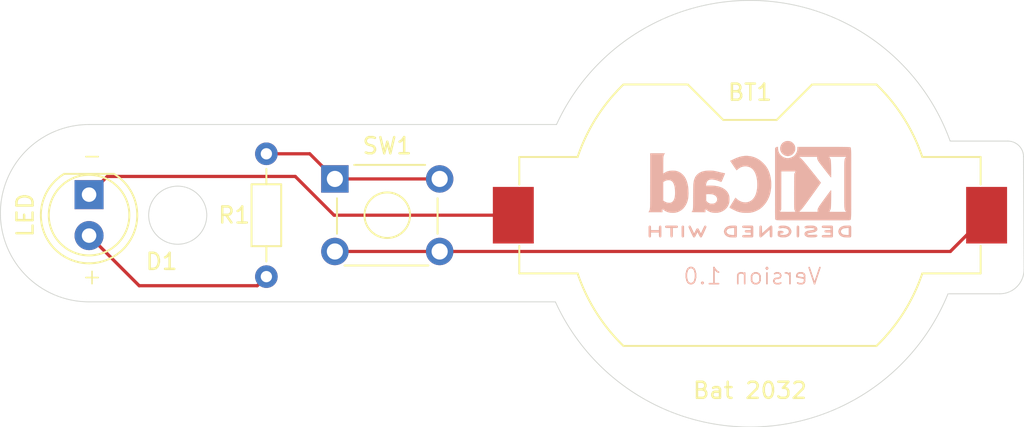
<source format=kicad_pcb>
(kicad_pcb (version 20241229) (generator "pcbnew") (generator_version "9.0")
  (title_block (title "LED Torch") (date "2025-08-24") (rev "1") (comment 1 "Subodh More"))
  (layers (0 "F.Cu" signal) (2 "B.Cu" signal) (13 "F.Paste" user) (15 "B.Paste" user) (5 "F.SilkS" user "F.Silkscreen") (7 "B.SilkS" user "B.Silkscreen") (1 "F.Mask" user) (3 "B.Mask" user) (25 "Edge.Cuts" user))
  (net 0 "")
  (net 1 "/bat_pos")
  (net 2 "/LED_cathode")
  (net 3 "/LED_anode")
  (net 4 "Net-(SW1A-A)")
  (footprint "Resistor_THT:R_Axial_DIN0204_L3.6mm_D1.6mm_P7.62mm_Horizontal" (layer "F.Cu") (at 122 126.435 90)
    (property "Reference" "R1" (at 3.81 -2 180) (layer "F.SilkS"))
    (property "Value" "R")
    (pad "1" thru_hole circle (at 0 0 90) (size 1.4 1.4) (drill 0.7) (layers "*.Cu" "*.Mask") (net 3 "/LED_anode"))
    (pad "2" thru_hole circle (at 7.62 0 90) (size 1.4 1.4) (drill 0.7) (layers "*.Cu" "*.Mask") (net 4 "Net-(SW1A-A)"))
  )
  (footprint "Button_Switch_THT:SW_TH_Tactile_Omron_B3F-10xx" (layer "F.Cu") (at 126.25 120.375)
    (property "Reference" "SW1" (at 3.25 -2.05 0) (layer "F.SilkS"))
    (property "Value" "SW_DPDT_x2")
    (pad "1" thru_hole rect (at 0 0) (size 1.7 1.7) (drill 1) (layers "*.Cu" "*.Mask") (net 4 "Net-(SW1A-A)"))
    (pad "1" thru_hole circle (at 6.5 0) (size 1.7 1.7) (drill 1) (layers "*.Cu" "*.Mask") (net 4 "Net-(SW1A-A)"))
    (pad "2" thru_hole circle (at 0 4.5) (size 1.7 1.7) (drill 1) (layers "*.Cu" "*.Mask") (net 1 "/bat_pos"))
    (pad "2" thru_hole circle (at 6.5 4.5) (size 1.7 1.7) (drill 1) (layers "*.Cu" "*.Mask") (net 1 "/bat_pos"))
  )
  (footprint "LED_THT:LED_D5.0mm" (layer "F.Cu") (at 111 121.35 -90)
    (property "Reference" "D1" (at 4.15 -4.5 180) (layer "F.SilkS"))
    (property "Value" "LED" (at 1.27 3.96 90) (layer "F.SilkS"))
    (pad "1" thru_hole rect (at 0 0 270) (size 1.8 1.8) (drill 0.9) (layers "*.Cu" "*.Mask") (net 2 "/LED_cathode"))
    (pad "2" thru_hole circle (at 2.54 0 270) (size 1.8 1.8) (drill 0.9) (layers "*.Cu" "*.Mask") (net 3 "/LED_anode"))
  )
  (footprint "Battery:BatteryHolder_Keystone_1058_1x2032" (layer "F.Cu") (at 152 122.625 180)
    (property "Reference" "BT1" (at 0 7.62 0) (layer "F.SilkS"))
    (property "Value" "Bat 2032" (at 0 -10.875 0) (layer "F.SilkS"))
    (pad "1" smd rect (at -14.68 0 180) (size 2.54 3.51) (layers "F.Cu" "F.Mask" "F.Paste") (net 1 "/bat_pos"))
    (pad "2" smd rect (at 14.68 0 180) (size 2.54 3.51) (layers "F.Cu" "F.Mask" "F.Paste") (net 2 "/LED_cathode"))
  )
  (footprint "Symbol:KiCad-Logo2_5mm_SilkScreen" (layer "B.Cu") (at 152 121 180)
    (property "Reference" "REF**" (hide yes))
    (property "Value" "KiCad-Logo2_5mm_SilkScreen" (hide yes))
  )
  (gr_arc (start 111 128) (mid 105.5 122.5) (end 111 117) (stroke (width 0.05)) (layer "Edge.Cuts"))
  (gr_arc (start 168 118.028775) (mid 168.68676 118.31324) (end 168.971225 119) (stroke (width 0.05)) (layer "Edge.Cuts"))
  (gr_arc (start 164.286271 127.5) (mid 152.27224 135.761913) (end 139.929273 128) (stroke (width 0.05)) (layer "Edge.Cuts"))
  (gr_line (start 111 117) (end 140 117) (stroke (width 0.05)) (layer "Edge.Cuts"))
  (gr_circle (center 116.5 122.625) (end 115 123.625) (stroke (width 0.05)) (fill no) (layer "Edge.Cuts"))
  (gr_line (start 111 128) (end 139.929273 128) (stroke (width 0.05)) (layer "Edge.Cuts"))
  (gr_arc (start 140 117) (mid 152.555616 109.31132) (end 164.42007 118.028775) (stroke (width 0.05)) (layer "Edge.Cuts"))
  (gr_line (start 164.286271 127.5) (end 167.5 127.5) (stroke (width 0.05)) (layer "Edge.Cuts"))
  (gr_line (start 168.971225 119) (end 169 126) (stroke (width 0.05)) (layer "Edge.Cuts"))
  (gr_arc (start 169 126) (mid 168.56066 127.06066) (end 167.5 127.5) (stroke (width 0.05)) (layer "Edge.Cuts"))
  (gr_line (start 164.42007 118.028775) (end 168 118.028775) (stroke (width 0.05)) (layer "Edge.Cuts"))
  (gr_text "+" (at 110.5 127 0) (layer "F.SilkS") (effects (font (size 1 1) (thickness 0.1)) (justify left bottom)))
  (gr_text "-" (at 110.5 119.5 0) (layer "F.SilkS") (effects (font (size 1 1) (thickness 0.1)) (justify left bottom)))
  (gr_text "Version 1.0" (at 156.5 127 0) (layer "B.SilkS") (effects (font (size 1 1) (thickness 0.1)) (justify left bottom mirror)))
  (segment (start 164.43 124.875) (end 166.68 122.625) (width 0.2) (layer "F.Cu") (net 1))
  (segment (start 132.75 124.875) (end 164.43 124.875) (width 0.2) (layer "F.Cu") (net 1))
  (segment (start 126.25 124.875) (end 132.75 124.875) (width 0.2) (layer "F.Cu") (net 1))
  (segment (start 112.128775 120.221225) (end 123.794225 120.221225) (width 0.2) (layer "F.Cu") (net 2))
  (segment (start 123.794225 120.221225) (end 126.198 122.625) (width 0.2) (layer "F.Cu") (net 2))
  (segment (start 111 121.35) (end 112.128775 120.221225) (width 0.2) (layer "F.Cu") (net 2))
  (segment (start 126.198 122.625) (end 137.32 122.625) (width 0.2) (layer "F.Cu") (net 2))
  (segment (start 111 123.89) (end 114.11 127) (width 0.2) (layer "F.Cu") (net 3))
  (segment (start 121.435 127) (end 122 126.435) (width 0.2) (layer "F.Cu") (net 3))
  (segment (start 114.11 127) (end 121.435 127) (width 0.2) (layer "F.Cu") (net 3))
  (segment (start 124.69 118.815) (end 126.25 120.375) (width 0.2) (layer "F.Cu") (net 4))
  (segment (start 122 118.815) (end 124.69 118.815) (width 0.2) (layer "F.Cu") (net 4))
  (segment (start 126.25 120.375) (end 132.75 120.375) (width 0.2) (layer "F.Cu") (net 4))
)
</source>
